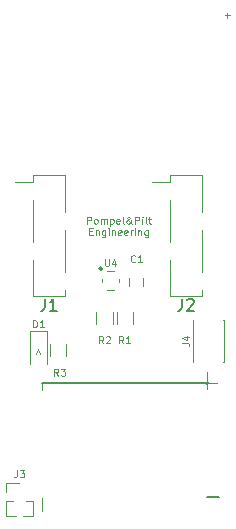
<source format=gbr>
%TF.GenerationSoftware,KiCad,Pcbnew,(6.0.0)*%
%TF.CreationDate,2022-01-17T14:04:50+01:00*%
%TF.ProjectId,LoraTrigger,4c6f7261-5472-4696-9767-65722e6b6963,rev?*%
%TF.SameCoordinates,Original*%
%TF.FileFunction,Legend,Top*%
%TF.FilePolarity,Positive*%
%FSLAX46Y46*%
G04 Gerber Fmt 4.6, Leading zero omitted, Abs format (unit mm)*
G04 Created by KiCad (PCBNEW (6.0.0)) date 2022-01-17 14:04:50*
%MOMM*%
%LPD*%
G01*
G04 APERTURE LIST*
%ADD10C,0.150000*%
%ADD11C,0.100000*%
%ADD12C,0.127000*%
%ADD13C,0.120000*%
%ADD14R,1.498600X0.698500*%
%ADD15C,0.599440*%
%ADD16R,0.599440X0.599440*%
%ADD17R,1.498600X1.498600*%
%ADD18R,0.740000X2.000000*%
%ADD19R,1.000000X1.000000*%
%ADD20O,1.000000X1.000000*%
%ADD21R,1.200000X1.200000*%
%ADD22R,0.900000X0.700000*%
%ADD23R,2.510000X1.000000*%
%ADD24R,0.700000X0.300000*%
%ADD25R,0.750000X0.900000*%
G04 APERTURE END LIST*
D10*
X107241421Y-61200000D02*
G75*
G03*
X107241421Y-61200000I-141421J0D01*
G01*
D11*
X117571428Y-39742857D02*
X118028571Y-39742857D01*
X117800000Y-39971428D02*
X117800000Y-39514285D01*
X101571428Y-68428571D02*
X101742857Y-67971428D01*
X101914285Y-68428571D01*
X105942857Y-57388428D02*
X105942857Y-56788428D01*
X106171428Y-56788428D01*
X106228571Y-56817000D01*
X106257142Y-56845571D01*
X106285714Y-56902714D01*
X106285714Y-56988428D01*
X106257142Y-57045571D01*
X106228571Y-57074142D01*
X106171428Y-57102714D01*
X105942857Y-57102714D01*
X106628571Y-57388428D02*
X106571428Y-57359857D01*
X106542857Y-57331285D01*
X106514285Y-57274142D01*
X106514285Y-57102714D01*
X106542857Y-57045571D01*
X106571428Y-57017000D01*
X106628571Y-56988428D01*
X106714285Y-56988428D01*
X106771428Y-57017000D01*
X106800000Y-57045571D01*
X106828571Y-57102714D01*
X106828571Y-57274142D01*
X106800000Y-57331285D01*
X106771428Y-57359857D01*
X106714285Y-57388428D01*
X106628571Y-57388428D01*
X107085714Y-57388428D02*
X107085714Y-56988428D01*
X107085714Y-57045571D02*
X107114285Y-57017000D01*
X107171428Y-56988428D01*
X107257142Y-56988428D01*
X107314285Y-57017000D01*
X107342857Y-57074142D01*
X107342857Y-57388428D01*
X107342857Y-57074142D02*
X107371428Y-57017000D01*
X107428571Y-56988428D01*
X107514285Y-56988428D01*
X107571428Y-57017000D01*
X107600000Y-57074142D01*
X107600000Y-57388428D01*
X107885714Y-56988428D02*
X107885714Y-57588428D01*
X107885714Y-57017000D02*
X107942857Y-56988428D01*
X108057142Y-56988428D01*
X108114285Y-57017000D01*
X108142857Y-57045571D01*
X108171428Y-57102714D01*
X108171428Y-57274142D01*
X108142857Y-57331285D01*
X108114285Y-57359857D01*
X108057142Y-57388428D01*
X107942857Y-57388428D01*
X107885714Y-57359857D01*
X108657142Y-57359857D02*
X108600000Y-57388428D01*
X108485714Y-57388428D01*
X108428571Y-57359857D01*
X108400000Y-57302714D01*
X108400000Y-57074142D01*
X108428571Y-57017000D01*
X108485714Y-56988428D01*
X108600000Y-56988428D01*
X108657142Y-57017000D01*
X108685714Y-57074142D01*
X108685714Y-57131285D01*
X108400000Y-57188428D01*
X109028571Y-57388428D02*
X108971428Y-57359857D01*
X108942857Y-57302714D01*
X108942857Y-56788428D01*
X109742857Y-57388428D02*
X109714285Y-57388428D01*
X109657142Y-57359857D01*
X109571428Y-57274142D01*
X109428571Y-57102714D01*
X109371428Y-57017000D01*
X109342857Y-56931285D01*
X109342857Y-56874142D01*
X109371428Y-56817000D01*
X109428571Y-56788428D01*
X109457142Y-56788428D01*
X109514285Y-56817000D01*
X109542857Y-56874142D01*
X109542857Y-56902714D01*
X109514285Y-56959857D01*
X109485714Y-56988428D01*
X109314285Y-57102714D01*
X109285714Y-57131285D01*
X109257142Y-57188428D01*
X109257142Y-57274142D01*
X109285714Y-57331285D01*
X109314285Y-57359857D01*
X109371428Y-57388428D01*
X109457142Y-57388428D01*
X109514285Y-57359857D01*
X109542857Y-57331285D01*
X109628571Y-57217000D01*
X109657142Y-57131285D01*
X109657142Y-57074142D01*
X110000000Y-57388428D02*
X110000000Y-56788428D01*
X110228571Y-56788428D01*
X110285714Y-56817000D01*
X110314285Y-56845571D01*
X110342857Y-56902714D01*
X110342857Y-56988428D01*
X110314285Y-57045571D01*
X110285714Y-57074142D01*
X110228571Y-57102714D01*
X110000000Y-57102714D01*
X110600000Y-57388428D02*
X110600000Y-56988428D01*
X110600000Y-56788428D02*
X110571428Y-56817000D01*
X110600000Y-56845571D01*
X110628571Y-56817000D01*
X110600000Y-56788428D01*
X110600000Y-56845571D01*
X110971428Y-57388428D02*
X110914285Y-57359857D01*
X110885714Y-57302714D01*
X110885714Y-56788428D01*
X111114285Y-56988428D02*
X111342857Y-56988428D01*
X111200000Y-56788428D02*
X111200000Y-57302714D01*
X111228571Y-57359857D01*
X111285714Y-57388428D01*
X111342857Y-57388428D01*
X106128571Y-58040142D02*
X106328571Y-58040142D01*
X106414285Y-58354428D02*
X106128571Y-58354428D01*
X106128571Y-57754428D01*
X106414285Y-57754428D01*
X106671428Y-57954428D02*
X106671428Y-58354428D01*
X106671428Y-58011571D02*
X106700000Y-57983000D01*
X106757142Y-57954428D01*
X106842857Y-57954428D01*
X106900000Y-57983000D01*
X106928571Y-58040142D01*
X106928571Y-58354428D01*
X107471428Y-57954428D02*
X107471428Y-58440142D01*
X107442857Y-58497285D01*
X107414285Y-58525857D01*
X107357142Y-58554428D01*
X107271428Y-58554428D01*
X107214285Y-58525857D01*
X107471428Y-58325857D02*
X107414285Y-58354428D01*
X107300000Y-58354428D01*
X107242857Y-58325857D01*
X107214285Y-58297285D01*
X107185714Y-58240142D01*
X107185714Y-58068714D01*
X107214285Y-58011571D01*
X107242857Y-57983000D01*
X107300000Y-57954428D01*
X107414285Y-57954428D01*
X107471428Y-57983000D01*
X107757142Y-58354428D02*
X107757142Y-57954428D01*
X107757142Y-57754428D02*
X107728571Y-57783000D01*
X107757142Y-57811571D01*
X107785714Y-57783000D01*
X107757142Y-57754428D01*
X107757142Y-57811571D01*
X108042857Y-57954428D02*
X108042857Y-58354428D01*
X108042857Y-58011571D02*
X108071428Y-57983000D01*
X108128571Y-57954428D01*
X108214285Y-57954428D01*
X108271428Y-57983000D01*
X108300000Y-58040142D01*
X108300000Y-58354428D01*
X108814285Y-58325857D02*
X108757142Y-58354428D01*
X108642857Y-58354428D01*
X108585714Y-58325857D01*
X108557142Y-58268714D01*
X108557142Y-58040142D01*
X108585714Y-57983000D01*
X108642857Y-57954428D01*
X108757142Y-57954428D01*
X108814285Y-57983000D01*
X108842857Y-58040142D01*
X108842857Y-58097285D01*
X108557142Y-58154428D01*
X109328571Y-58325857D02*
X109271428Y-58354428D01*
X109157142Y-58354428D01*
X109100000Y-58325857D01*
X109071428Y-58268714D01*
X109071428Y-58040142D01*
X109100000Y-57983000D01*
X109157142Y-57954428D01*
X109271428Y-57954428D01*
X109328571Y-57983000D01*
X109357142Y-58040142D01*
X109357142Y-58097285D01*
X109071428Y-58154428D01*
X109614285Y-58354428D02*
X109614285Y-57954428D01*
X109614285Y-58068714D02*
X109642857Y-58011571D01*
X109671428Y-57983000D01*
X109728571Y-57954428D01*
X109785714Y-57954428D01*
X109985714Y-58354428D02*
X109985714Y-57954428D01*
X109985714Y-57754428D02*
X109957142Y-57783000D01*
X109985714Y-57811571D01*
X110014285Y-57783000D01*
X109985714Y-57754428D01*
X109985714Y-57811571D01*
X110271428Y-57954428D02*
X110271428Y-58354428D01*
X110271428Y-58011571D02*
X110300000Y-57983000D01*
X110357142Y-57954428D01*
X110442857Y-57954428D01*
X110500000Y-57983000D01*
X110528571Y-58040142D01*
X110528571Y-58354428D01*
X111071428Y-57954428D02*
X111071428Y-58440142D01*
X111042857Y-58497285D01*
X111014285Y-58525857D01*
X110957142Y-58554428D01*
X110871428Y-58554428D01*
X110814285Y-58525857D01*
X111071428Y-58325857D02*
X111014285Y-58354428D01*
X110900000Y-58354428D01*
X110842857Y-58325857D01*
X110814285Y-58297285D01*
X110785714Y-58240142D01*
X110785714Y-58068714D01*
X110814285Y-58011571D01*
X110842857Y-57983000D01*
X110900000Y-57954428D01*
X111014285Y-57954428D01*
X111071428Y-57983000D01*
X113971428Y-67500000D02*
X114400000Y-67500000D01*
X114485714Y-67528571D01*
X114542857Y-67585714D01*
X114571428Y-67671428D01*
X114571428Y-67728571D01*
X114171428Y-66957142D02*
X114571428Y-66957142D01*
X113942857Y-67100000D02*
X114371428Y-67242857D01*
X114371428Y-66871428D01*
X100000000Y-78271428D02*
X100000000Y-78700000D01*
X99971428Y-78785714D01*
X99914285Y-78842857D01*
X99828571Y-78871428D01*
X99771428Y-78871428D01*
X100228571Y-78271428D02*
X100600000Y-78271428D01*
X100400000Y-78500000D01*
X100485714Y-78500000D01*
X100542857Y-78528571D01*
X100571428Y-78557142D01*
X100600000Y-78614285D01*
X100600000Y-78757142D01*
X100571428Y-78814285D01*
X100542857Y-78842857D01*
X100485714Y-78871428D01*
X100314285Y-78871428D01*
X100257142Y-78842857D01*
X100228571Y-78814285D01*
X101357142Y-66171428D02*
X101357142Y-65571428D01*
X101500000Y-65571428D01*
X101585714Y-65600000D01*
X101642857Y-65657142D01*
X101671428Y-65714285D01*
X101700000Y-65828571D01*
X101700000Y-65914285D01*
X101671428Y-66028571D01*
X101642857Y-66085714D01*
X101585714Y-66142857D01*
X101500000Y-66171428D01*
X101357142Y-66171428D01*
X102271428Y-66171428D02*
X101928571Y-66171428D01*
X102100000Y-66171428D02*
X102100000Y-65571428D01*
X102042857Y-65657142D01*
X101985714Y-65714285D01*
X101928571Y-65742857D01*
X103500000Y-70271428D02*
X103300000Y-69985714D01*
X103157142Y-70271428D02*
X103157142Y-69671428D01*
X103385714Y-69671428D01*
X103442857Y-69700000D01*
X103471428Y-69728571D01*
X103500000Y-69785714D01*
X103500000Y-69871428D01*
X103471428Y-69928571D01*
X103442857Y-69957142D01*
X103385714Y-69985714D01*
X103157142Y-69985714D01*
X103700000Y-69671428D02*
X104071428Y-69671428D01*
X103871428Y-69900000D01*
X103957142Y-69900000D01*
X104014285Y-69928571D01*
X104042857Y-69957142D01*
X104071428Y-70014285D01*
X104071428Y-70157142D01*
X104042857Y-70214285D01*
X104014285Y-70242857D01*
X103957142Y-70271428D01*
X103785714Y-70271428D01*
X103728571Y-70242857D01*
X103700000Y-70214285D01*
X109000000Y-67530007D02*
X108800000Y-67244293D01*
X108657142Y-67530007D02*
X108657142Y-66930007D01*
X108885714Y-66930007D01*
X108942857Y-66958579D01*
X108971428Y-66987150D01*
X109000000Y-67044293D01*
X109000000Y-67130007D01*
X108971428Y-67187150D01*
X108942857Y-67215721D01*
X108885714Y-67244293D01*
X108657142Y-67244293D01*
X109571428Y-67530007D02*
X109228571Y-67530007D01*
X109400000Y-67530007D02*
X109400000Y-66930007D01*
X109342857Y-67015721D01*
X109285714Y-67072864D01*
X109228571Y-67101436D01*
X107300000Y-67530007D02*
X107100000Y-67244293D01*
X106957142Y-67530007D02*
X106957142Y-66930007D01*
X107185714Y-66930007D01*
X107242857Y-66958579D01*
X107271428Y-66987150D01*
X107300000Y-67044293D01*
X107300000Y-67130007D01*
X107271428Y-67187150D01*
X107242857Y-67215721D01*
X107185714Y-67244293D01*
X106957142Y-67244293D01*
X107528571Y-66987150D02*
X107557142Y-66958579D01*
X107614285Y-66930007D01*
X107757142Y-66930007D01*
X107814285Y-66958579D01*
X107842857Y-66987150D01*
X107871428Y-67044293D01*
X107871428Y-67101436D01*
X107842857Y-67187150D01*
X107500000Y-67530007D01*
X107871428Y-67530007D01*
D10*
X102366666Y-63752380D02*
X102366666Y-64466666D01*
X102319047Y-64609523D01*
X102223809Y-64704761D01*
X102080952Y-64752380D01*
X101985714Y-64752380D01*
X103366666Y-64752380D02*
X102795238Y-64752380D01*
X103080952Y-64752380D02*
X103080952Y-63752380D01*
X102985714Y-63895238D01*
X102890476Y-63990476D01*
X102795238Y-64038095D01*
X113966666Y-63752380D02*
X113966666Y-64466666D01*
X113919047Y-64609523D01*
X113823809Y-64704761D01*
X113680952Y-64752380D01*
X113585714Y-64752380D01*
X114395238Y-63847619D02*
X114442857Y-63800000D01*
X114538095Y-63752380D01*
X114776190Y-63752380D01*
X114871428Y-63800000D01*
X114919047Y-63847619D01*
X114966666Y-63942857D01*
X114966666Y-64038095D01*
X114919047Y-64180952D01*
X114347619Y-64752380D01*
X114966666Y-64752380D01*
D11*
X107442857Y-60371428D02*
X107442857Y-60857142D01*
X107471428Y-60914285D01*
X107500000Y-60942857D01*
X107557142Y-60971428D01*
X107671428Y-60971428D01*
X107728571Y-60942857D01*
X107757142Y-60914285D01*
X107785714Y-60857142D01*
X107785714Y-60371428D01*
X108328571Y-60571428D02*
X108328571Y-60971428D01*
X108185714Y-60342857D02*
X108042857Y-60771428D01*
X108414285Y-60771428D01*
X110000000Y-60614285D02*
X109971428Y-60642857D01*
X109885714Y-60671428D01*
X109828571Y-60671428D01*
X109742857Y-60642857D01*
X109685714Y-60585714D01*
X109657142Y-60528571D01*
X109628571Y-60414285D01*
X109628571Y-60328571D01*
X109657142Y-60214285D01*
X109685714Y-60157142D01*
X109742857Y-60100000D01*
X109828571Y-60071428D01*
X109885714Y-60071428D01*
X109971428Y-60100000D01*
X110000000Y-60128571D01*
X110571428Y-60671428D02*
X110228571Y-60671428D01*
X110400000Y-60671428D02*
X110400000Y-60071428D01*
X110342857Y-60157142D01*
X110285714Y-60214285D01*
X110228571Y-60242857D01*
X116100000Y-69988140D02*
X116100000Y-70750140D01*
X102099520Y-71489280D02*
X102099520Y-70907620D01*
X102104600Y-81700000D02*
X102104600Y-80623120D01*
X103501600Y-70900000D02*
X116100000Y-70900000D01*
X103501600Y-70900000D02*
X103501600Y-70900000D01*
D12*
X116100000Y-80498660D02*
X117098220Y-80498660D01*
X102102060Y-70900000D02*
X116100000Y-70900000D01*
D11*
X116100000Y-70750140D02*
X116100000Y-70900000D01*
X116100000Y-71154000D02*
X116100000Y-71049860D01*
X116100000Y-70900000D02*
X116100000Y-70900000D01*
X116100000Y-70900000D02*
X103501600Y-70900000D01*
X116100000Y-71049860D02*
X116100000Y-70900000D01*
X116897560Y-70900000D02*
X116100000Y-70900000D01*
X116105080Y-70902540D02*
X116105080Y-71420700D01*
X116100000Y-71049860D02*
G75*
G03*
X116100000Y-70750140I0J149860D01*
G01*
X116100000Y-70750140D02*
G75*
G03*
X116100000Y-71049860I0J-149860D01*
G01*
D13*
X114870000Y-65535000D02*
X114935000Y-65535000D01*
X117465000Y-69065000D02*
X117530000Y-69065000D01*
X114870000Y-69065000D02*
X114870000Y-65535000D01*
X114870000Y-69065000D02*
X114935000Y-69065000D01*
X117465000Y-65535000D02*
X117530000Y-65535000D01*
X117530000Y-69065000D02*
X117530000Y-65535000D01*
X99090000Y-82115000D02*
X99892470Y-82115000D01*
X100507530Y-82115000D02*
X101310000Y-82115000D01*
X99090000Y-80910000D02*
X99090000Y-82115000D01*
X101310000Y-80910000D02*
X101310000Y-82115000D01*
X99090000Y-80910000D02*
X99636529Y-80910000D01*
X100763471Y-80910000D02*
X101310000Y-80910000D01*
X99090000Y-80150000D02*
X99090000Y-79390000D01*
X99090000Y-79390000D02*
X100200000Y-79390000D01*
D11*
X102500000Y-66450000D02*
X102500000Y-69250000D01*
X102500000Y-66450000D02*
X101100000Y-66450000D01*
X101100000Y-66450000D02*
X101100000Y-69250000D01*
D13*
X104180000Y-67600000D02*
X104180000Y-68600000D01*
X102820000Y-68600000D02*
X102820000Y-67600000D01*
X109780000Y-64858579D02*
X109780000Y-65858579D01*
X108420000Y-65858579D02*
X108420000Y-64858579D01*
X106720000Y-65858579D02*
X106720000Y-64858579D01*
X108080000Y-64858579D02*
X108080000Y-65858579D01*
X101370000Y-63540000D02*
X104030000Y-63540000D01*
X101370000Y-60430000D02*
X101370000Y-63540000D01*
X101370000Y-53830000D02*
X99850000Y-53830000D01*
X101370000Y-53260000D02*
X104030000Y-53260000D01*
X101370000Y-55350000D02*
X101370000Y-58910000D01*
X104030000Y-53260000D02*
X104030000Y-56370000D01*
X104030000Y-57890000D02*
X104030000Y-61450000D01*
X101370000Y-53260000D02*
X101370000Y-53830000D01*
X104030000Y-62970000D02*
X104030000Y-63540000D01*
X112970000Y-53830000D02*
X111450000Y-53830000D01*
X115630000Y-62970000D02*
X115630000Y-63540000D01*
X112970000Y-53260000D02*
X112970000Y-53830000D01*
X112970000Y-53260000D02*
X115630000Y-53260000D01*
X115630000Y-53260000D02*
X115630000Y-56370000D01*
X115630000Y-57890000D02*
X115630000Y-61450000D01*
X112970000Y-55350000D02*
X112970000Y-58910000D01*
X112970000Y-63540000D02*
X115630000Y-63540000D01*
X112970000Y-60430000D02*
X112970000Y-63540000D01*
X107200000Y-62100000D02*
X107200000Y-62300000D01*
X107600000Y-63000000D02*
X108200000Y-63000000D01*
X107600000Y-61400000D02*
X108200000Y-61400000D01*
X108600000Y-62100000D02*
X108600000Y-62300000D01*
X110700000Y-61950000D02*
X110700000Y-62650000D01*
X109500000Y-62650000D02*
X109500000Y-61950000D01*
%LPC*%
D14*
X116100000Y-79698560D03*
X116100000Y-78598740D03*
X116100000Y-77498920D03*
X116100000Y-76399100D03*
X116100000Y-75299280D03*
X116100000Y-74199460D03*
X116100000Y-73099640D03*
X116100000Y-71999820D03*
X102102060Y-71999820D03*
X102102060Y-73099640D03*
X102102060Y-74199460D03*
X102102060Y-75299280D03*
X102102060Y-76399100D03*
X102102060Y-77498920D03*
X102102060Y-78598740D03*
X102102060Y-79698560D03*
D15*
X111350200Y-78898460D03*
X111350200Y-77699580D03*
X111350200Y-76498160D03*
X111350200Y-75299280D03*
X111350200Y-74097860D03*
X111350200Y-72898980D03*
X111350200Y-71697560D03*
X109851600Y-78898460D03*
X109851600Y-77699580D03*
X109851600Y-76498160D03*
X109851600Y-75299280D03*
X109851600Y-74097860D03*
X109851600Y-72898980D03*
X109851600Y-71697560D03*
X108350460Y-78898460D03*
X108350460Y-77699580D03*
X108350460Y-76498160D03*
X108350460Y-75299280D03*
X108350460Y-74097860D03*
X108350460Y-72898980D03*
X108350460Y-71697560D03*
X106851860Y-78898460D03*
X106851860Y-77699580D03*
X106851860Y-76498160D03*
X106851860Y-75299280D03*
X106851860Y-74097860D03*
X106851860Y-72898980D03*
X106851860Y-71697560D03*
X105350720Y-78898460D03*
X105350720Y-77699580D03*
X105350720Y-76498160D03*
X105350720Y-75299280D03*
X105350720Y-74097860D03*
X105350720Y-72898980D03*
X105350720Y-71697560D03*
X103852120Y-75297860D03*
X103852120Y-74097860D03*
X103852120Y-72898980D03*
D16*
X103852120Y-71697560D03*
D17*
X112470340Y-80899980D03*
X110222440Y-80899980D03*
X107972000Y-80899980D03*
X105721560Y-80899980D03*
D15*
X112851340Y-78898460D03*
X112851340Y-77699580D03*
X112851340Y-76498160D03*
X112851340Y-75299280D03*
X112851340Y-74097860D03*
X112851340Y-72898980D03*
X112851340Y-71697560D03*
D18*
X115565000Y-69250000D03*
X115565000Y-65350000D03*
X116835000Y-69250000D03*
X116835000Y-65350000D03*
D19*
X100200000Y-80150000D03*
D20*
X100200000Y-81420000D03*
D21*
X101800000Y-67150000D03*
X101800000Y-69350000D03*
D22*
X103500000Y-67250000D03*
X103500000Y-68950000D03*
X109100000Y-66208579D03*
X109100000Y-64508579D03*
X107400000Y-66208579D03*
X107400000Y-64508579D03*
D23*
X101045000Y-54590000D03*
X104355000Y-57130000D03*
X101045000Y-59670000D03*
X104355000Y-62210000D03*
X112645000Y-54590000D03*
X115955000Y-57130000D03*
X112645000Y-59670000D03*
X115955000Y-62210000D03*
D24*
X107200000Y-61800000D03*
X107200000Y-62600000D03*
X108600000Y-62600000D03*
X108600000Y-61800000D03*
D25*
X110100000Y-63100000D03*
X110100000Y-61500000D03*
M02*

</source>
